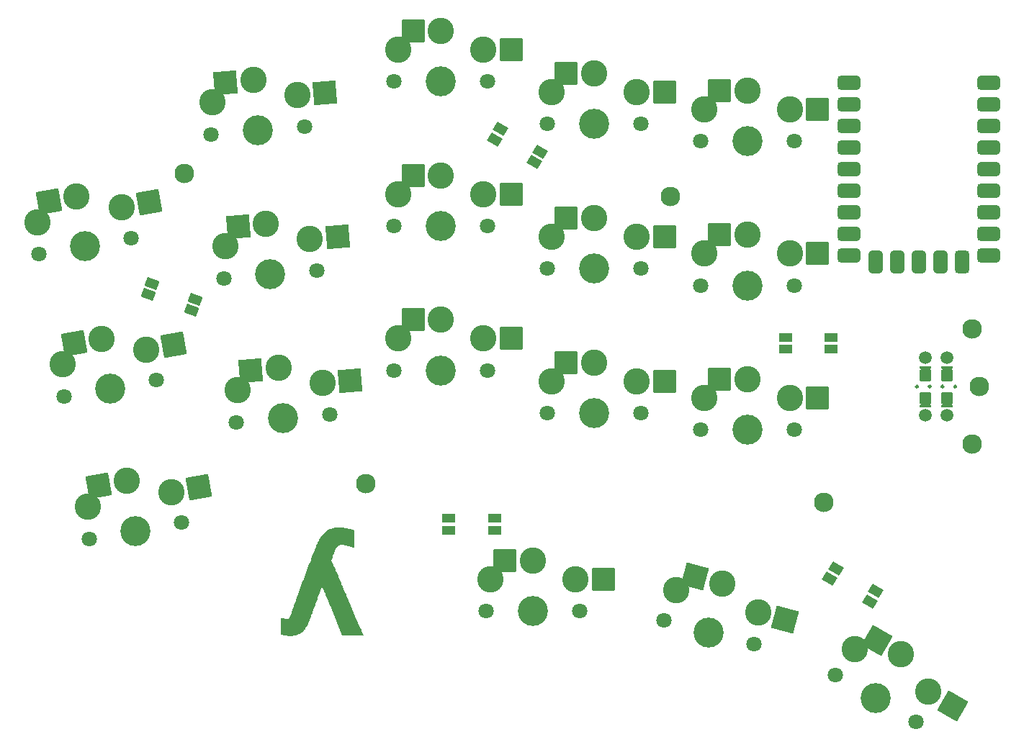
<source format=gbr>
%TF.GenerationSoftware,KiCad,Pcbnew,9.0.3*%
%TF.CreationDate,2025-07-20T18:48:36+02:00*%
%TF.ProjectId,kdb-v1,6b64622d-7631-42e6-9b69-6361645f7063,v1.0.0*%
%TF.SameCoordinates,Original*%
%TF.FileFunction,Soldermask,Bot*%
%TF.FilePolarity,Negative*%
%FSLAX46Y46*%
G04 Gerber Fmt 4.6, Leading zero omitted, Abs format (unit mm)*
G04 Created by KiCad (PCBNEW 9.0.3) date 2025-07-20 18:48:36*
%MOMM*%
%LPD*%
G01*
G04 APERTURE LIST*
G04 Aperture macros list*
%AMRoundRect*
0 Rectangle with rounded corners*
0 $1 Rounding radius*
0 $2 $3 $4 $5 $6 $7 $8 $9 X,Y pos of 4 corners*
0 Add a 4 corners polygon primitive as box body*
4,1,4,$2,$3,$4,$5,$6,$7,$8,$9,$2,$3,0*
0 Add four circle primitives for the rounded corners*
1,1,$1+$1,$2,$3*
1,1,$1+$1,$4,$5*
1,1,$1+$1,$6,$7*
1,1,$1+$1,$8,$9*
0 Add four rect primitives between the rounded corners*
20,1,$1+$1,$2,$3,$4,$5,0*
20,1,$1+$1,$4,$5,$6,$7,0*
20,1,$1+$1,$6,$7,$8,$9,0*
20,1,$1+$1,$8,$9,$2,$3,0*%
%AMFreePoly0*
4,1,14,0.035355,0.435355,0.635355,-0.164645,0.650000,-0.200000,0.650000,-0.400000,0.635355,-0.435355,0.600000,-0.450000,-0.600000,-0.450000,-0.635355,-0.435355,-0.650000,-0.400000,-0.650000,-0.200000,-0.635355,-0.164645,-0.035355,0.435355,0.000000,0.450000,0.035355,0.435355,0.035355,0.435355,$1*%
%AMFreePoly1*
4,1,16,0.635355,0.285355,0.650000,0.250000,0.650000,-1.000000,0.635355,-1.035355,0.600000,-1.050000,0.564645,-1.035355,0.000000,-0.470710,-0.564645,-1.035355,-0.600000,-1.050000,-0.635355,-1.035355,-0.650000,-1.000000,-0.650000,0.250000,-0.635355,0.285355,-0.600000,0.300000,0.600000,0.300000,0.635355,0.285355,0.635355,0.285355,$1*%
G04 Aperture macros list end*
%ADD10C,0.000000*%
%ADD11C,0.250000*%
%ADD12C,0.100000*%
%ADD13C,1.801800*%
%ADD14C,3.100000*%
%ADD15C,3.529000*%
%ADD16RoundRect,0.050000X-1.300000X-1.300000X1.300000X-1.300000X1.300000X1.300000X-1.300000X1.300000X0*%
%ADD17RoundRect,0.050000X-1.181751X-1.408356X1.408356X-1.181751X1.181751X1.408356X-1.408356X1.181751X0*%
%ADD18RoundRect,0.425000X-0.925000X-0.425000X0.925000X-0.425000X0.925000X0.425000X-0.925000X0.425000X0*%
%ADD19RoundRect,0.425050X-0.924950X-0.425050X0.924950X-0.425050X0.924950X0.425050X-0.924950X0.425050X0*%
%ADD20RoundRect,0.425000X-0.425000X-0.925000X0.425000X-0.925000X0.425000X0.925000X-0.425000X0.925000X0*%
%ADD21RoundRect,0.418700X-0.418700X-0.931300X0.418700X-0.931300X0.418700X0.931300X-0.418700X0.931300X0*%
%ADD22C,2.300000*%
%ADD23RoundRect,0.050000X-1.775833X-0.475833X0.475833X-1.775833X1.775833X0.475833X-0.475833X1.775833X0*%
%ADD24RoundRect,0.050000X-1.592168X-0.919239X0.919239X-1.592168X1.592168X0.919239X-0.919239X1.592168X0*%
%ADD25RoundRect,0.050000X-1.054507X-1.505993X1.505993X-1.054507X1.054507X1.505993X-1.505993X1.054507X0*%
%ADD26C,1.500000*%
%ADD27FreePoly0,180.000000*%
%ADD28FreePoly0,0.000000*%
%ADD29FreePoly1,180.000000*%
%ADD30FreePoly1,0.000000*%
%ADD31RoundRect,0.050000X-0.700000X-0.500000X0.700000X-0.500000X0.700000X0.500000X-0.700000X0.500000X0*%
%ADD32RoundRect,0.050000X-0.856218X-0.083013X0.356218X-0.783013X0.856218X0.083013X-0.356218X0.783013X0*%
%ADD33RoundRect,0.050000X-0.828795X-0.230432X0.486775X-0.709260X0.828795X0.230432X-0.486775X0.709260X0*%
G04 APERTURE END LIST*
D10*
%TO.C,G\u002A\u002A\u002A*%
G36*
X124174881Y-99636141D02*
G01*
X124355594Y-99644683D01*
X124530044Y-99658570D01*
X124694299Y-99677666D01*
X124844429Y-99701833D01*
X124976499Y-99730933D01*
X124988533Y-99734044D01*
X125097173Y-99761579D01*
X125188582Y-99783516D01*
X125266687Y-99800669D01*
X125335411Y-99813855D01*
X125398679Y-99823891D01*
X125460416Y-99831593D01*
X125504804Y-99836673D01*
X125541497Y-99842533D01*
X125571201Y-99851013D01*
X125600347Y-99864579D01*
X125635364Y-99885695D01*
X125682680Y-99916829D01*
X125792405Y-99989763D01*
X125792405Y-101003308D01*
X125792401Y-101101279D01*
X125792358Y-101263756D01*
X125792249Y-101405820D01*
X125792046Y-101528824D01*
X125791724Y-101634124D01*
X125791255Y-101723071D01*
X125790614Y-101797022D01*
X125789774Y-101857328D01*
X125788708Y-101905346D01*
X125787390Y-101942427D01*
X125785794Y-101969928D01*
X125783893Y-101989200D01*
X125781661Y-102001599D01*
X125779071Y-102008479D01*
X125776096Y-102011192D01*
X125772711Y-102011094D01*
X125767609Y-102009630D01*
X125742412Y-102002493D01*
X125700524Y-101990678D01*
X125645336Y-101975141D01*
X125580240Y-101956838D01*
X125508627Y-101936722D01*
X125479476Y-101928485D01*
X125406898Y-101907522D01*
X125340342Y-101887684D01*
X125283730Y-101870173D01*
X125240984Y-101856194D01*
X125216027Y-101846949D01*
X125202943Y-101842155D01*
X125167391Y-101831231D01*
X125115878Y-101816638D01*
X125051963Y-101799300D01*
X124979209Y-101780139D01*
X124901174Y-101760078D01*
X124821419Y-101740038D01*
X124743504Y-101720943D01*
X124670990Y-101703714D01*
X124607437Y-101689274D01*
X124577191Y-101683546D01*
X124507556Y-101674430D01*
X124427419Y-101667751D01*
X124344555Y-101663942D01*
X124266739Y-101663437D01*
X124201746Y-101666668D01*
X124174566Y-101669572D01*
X124119828Y-101678125D01*
X124063030Y-101691292D01*
X123998017Y-101710613D01*
X123918635Y-101737633D01*
X123911885Y-101740797D01*
X123884678Y-101759874D01*
X123847491Y-101791489D01*
X123803692Y-101832253D01*
X123756650Y-101878777D01*
X123709733Y-101927675D01*
X123666309Y-101975558D01*
X123629745Y-102019037D01*
X123603411Y-102054725D01*
X123577083Y-102097760D01*
X123545420Y-102157101D01*
X123512479Y-102227248D01*
X123477746Y-102309583D01*
X123440713Y-102405486D01*
X123400867Y-102516340D01*
X123357698Y-102643526D01*
X123310694Y-102788426D01*
X123259345Y-102952421D01*
X123203140Y-103136893D01*
X123089519Y-103513999D01*
X123111829Y-103566507D01*
X123112420Y-103567896D01*
X123122810Y-103592278D01*
X123141399Y-103635845D01*
X123167601Y-103697226D01*
X123200833Y-103775054D01*
X123240508Y-103867959D01*
X123286043Y-103974571D01*
X123336851Y-104093522D01*
X123392349Y-104223443D01*
X123451951Y-104362964D01*
X123515071Y-104510716D01*
X123581126Y-104665331D01*
X123649530Y-104825438D01*
X123719698Y-104989670D01*
X123791046Y-105156656D01*
X123862988Y-105325029D01*
X123934939Y-105493417D01*
X124006314Y-105660454D01*
X124076529Y-105824768D01*
X124144998Y-105984992D01*
X124211136Y-106139756D01*
X124274359Y-106287691D01*
X124334082Y-106427428D01*
X124389719Y-106557597D01*
X124440686Y-106676830D01*
X124486397Y-106783758D01*
X124526268Y-106877011D01*
X124559305Y-106954277D01*
X124608659Y-107069716D01*
X124663784Y-107198659D01*
X124724235Y-107340071D01*
X124789570Y-107492915D01*
X124859347Y-107656154D01*
X124933122Y-107828753D01*
X125010452Y-108009674D01*
X125090895Y-108197882D01*
X125174008Y-108392340D01*
X125259347Y-108592011D01*
X125346469Y-108795860D01*
X125434933Y-109002850D01*
X125524294Y-109211943D01*
X125614111Y-109422105D01*
X125703940Y-109632299D01*
X125793338Y-109841487D01*
X125881862Y-110048634D01*
X125969069Y-110252704D01*
X126054517Y-110452660D01*
X126137763Y-110647465D01*
X126218364Y-110836083D01*
X126295876Y-111017478D01*
X126369857Y-111190613D01*
X126439864Y-111354453D01*
X126505454Y-111507959D01*
X126566184Y-111650097D01*
X126621612Y-111779830D01*
X126671293Y-111896120D01*
X126714787Y-111997933D01*
X126751648Y-112084231D01*
X126781436Y-112153979D01*
X126803706Y-112206139D01*
X126818016Y-112239675D01*
X126823923Y-112253551D01*
X126839318Y-112290126D01*
X125598427Y-112289836D01*
X124357536Y-112289547D01*
X123209750Y-109507315D01*
X123136290Y-109329261D01*
X123017343Y-109041019D01*
X122906516Y-108772546D01*
X122803530Y-108523181D01*
X122708109Y-108292262D01*
X122619975Y-108079129D01*
X122538852Y-107883121D01*
X122464462Y-107703575D01*
X122396528Y-107539832D01*
X122334772Y-107391229D01*
X122278919Y-107257105D01*
X122228689Y-107136800D01*
X122183807Y-107029651D01*
X122143995Y-106934999D01*
X122108976Y-106852181D01*
X122078473Y-106780537D01*
X122052208Y-106719404D01*
X122029904Y-106668123D01*
X122011285Y-106626032D01*
X121996073Y-106592469D01*
X121983990Y-106566773D01*
X121974760Y-106548284D01*
X121968105Y-106536340D01*
X121963749Y-106530279D01*
X121961414Y-106529441D01*
X121959540Y-106534135D01*
X121950539Y-106558139D01*
X121934464Y-106601551D01*
X121911701Y-106663317D01*
X121882636Y-106742384D01*
X121847654Y-106837698D01*
X121807141Y-106948205D01*
X121761483Y-107072852D01*
X121711067Y-107210583D01*
X121656278Y-107360345D01*
X121597501Y-107521084D01*
X121535123Y-107691747D01*
X121469530Y-107871280D01*
X121401107Y-108058627D01*
X121330240Y-108252737D01*
X121257315Y-108452554D01*
X121218621Y-108558553D01*
X121145508Y-108758598D01*
X121074096Y-108953680D01*
X121004812Y-109142644D01*
X120938086Y-109324333D01*
X120874343Y-109497591D01*
X120814014Y-109661260D01*
X120757525Y-109814186D01*
X120705304Y-109955210D01*
X120657779Y-110083177D01*
X120615379Y-110196930D01*
X120578531Y-110295313D01*
X120547664Y-110377170D01*
X120523204Y-110441343D01*
X120505581Y-110486676D01*
X120495222Y-110512013D01*
X120489987Y-110523953D01*
X120460972Y-110591411D01*
X120428182Y-110669300D01*
X120395260Y-110748901D01*
X120365853Y-110821495D01*
X120356335Y-110845159D01*
X120328361Y-110913150D01*
X120300026Y-110980088D01*
X120274165Y-111039329D01*
X120253618Y-111084232D01*
X120239159Y-111112750D01*
X120202816Y-111176861D01*
X120156042Y-111252800D01*
X120101318Y-111336942D01*
X120041125Y-111425663D01*
X119977944Y-111515339D01*
X119914256Y-111602343D01*
X119852541Y-111683053D01*
X119795281Y-111753844D01*
X119700985Y-111854608D01*
X119575303Y-111963231D01*
X119434447Y-112061668D01*
X119282037Y-112147145D01*
X119208872Y-112180198D01*
X119111912Y-112217660D01*
X119004060Y-112254266D01*
X118891346Y-112288211D01*
X118779795Y-112317690D01*
X118675437Y-112340900D01*
X118584297Y-112356035D01*
X118570687Y-112357540D01*
X118518464Y-112361220D01*
X118449703Y-112364009D01*
X118368809Y-112365895D01*
X118280187Y-112366868D01*
X118188240Y-112366918D01*
X118097374Y-112366035D01*
X118011993Y-112364208D01*
X117936501Y-112361428D01*
X117875303Y-112357683D01*
X117812751Y-112352326D01*
X117744352Y-112345252D01*
X117681061Y-112336840D01*
X117617513Y-112326171D01*
X117548345Y-112312327D01*
X117468192Y-112294389D01*
X117371692Y-112271438D01*
X117160682Y-112220375D01*
X117160682Y-111242187D01*
X117160682Y-110263999D01*
X117186003Y-110269759D01*
X117202542Y-110272960D01*
X117238224Y-110279313D01*
X117288340Y-110287964D01*
X117348826Y-110298215D01*
X117415621Y-110309362D01*
X117441165Y-110313549D01*
X117522992Y-110326011D01*
X117592663Y-110334538D01*
X117657900Y-110339799D01*
X117726425Y-110342465D01*
X117805960Y-110343205D01*
X117848088Y-110342942D01*
X117909049Y-110341597D01*
X117960917Y-110339305D01*
X117999221Y-110336285D01*
X118019490Y-110332755D01*
X118041656Y-110316315D01*
X118058983Y-110287861D01*
X118062956Y-110278128D01*
X118081284Y-110244666D01*
X118104708Y-110211093D01*
X118121738Y-110188267D01*
X118149643Y-110147232D01*
X118175672Y-110105477D01*
X118192343Y-110077856D01*
X118224286Y-110027195D01*
X118254399Y-109981684D01*
X118255693Y-109979787D01*
X118302029Y-109893659D01*
X118334233Y-109795072D01*
X118350183Y-109690480D01*
X118350758Y-109679606D01*
X118351089Y-109669307D01*
X118351458Y-109659835D01*
X118352235Y-109650145D01*
X118353793Y-109639195D01*
X118356503Y-109625938D01*
X118360737Y-109609333D01*
X118366865Y-109588334D01*
X118375259Y-109561898D01*
X118386292Y-109528980D01*
X118400333Y-109488536D01*
X118417756Y-109439523D01*
X118438930Y-109380895D01*
X118464228Y-109311610D01*
X118494022Y-109230623D01*
X118528682Y-109136889D01*
X118568580Y-109029365D01*
X118614088Y-108907007D01*
X118665576Y-108768771D01*
X118723418Y-108613612D01*
X118787983Y-108440487D01*
X118859644Y-108248351D01*
X118938772Y-108036160D01*
X118992743Y-107891403D01*
X119071963Y-107678905D01*
X119154794Y-107456700D01*
X119240826Y-107225889D01*
X119329649Y-106987571D01*
X119420853Y-106742846D01*
X119514029Y-106492815D01*
X119608767Y-106238577D01*
X119704657Y-105981231D01*
X119801290Y-105721878D01*
X119898256Y-105461618D01*
X119995146Y-105201551D01*
X120091549Y-104942776D01*
X120187056Y-104686393D01*
X120281257Y-104433503D01*
X120373742Y-104185205D01*
X120464103Y-103942599D01*
X120551928Y-103706784D01*
X120636809Y-103478862D01*
X120718336Y-103259931D01*
X120796099Y-103051092D01*
X120869688Y-102853444D01*
X120938694Y-102668087D01*
X121002707Y-102496122D01*
X121061317Y-102338648D01*
X121114115Y-102196765D01*
X121160691Y-102071572D01*
X121200635Y-101964171D01*
X121233537Y-101875660D01*
X121258989Y-101807140D01*
X121276329Y-101761279D01*
X121304202Y-101691168D01*
X121334679Y-101619134D01*
X121369135Y-101542210D01*
X121408942Y-101457429D01*
X121455473Y-101361824D01*
X121510102Y-101252430D01*
X121574203Y-101126280D01*
X121584706Y-101105764D01*
X121634823Y-101008949D01*
X121678365Y-100927757D01*
X121718005Y-100858271D01*
X121756416Y-100796577D01*
X121796270Y-100738759D01*
X121840240Y-100680900D01*
X121890998Y-100619086D01*
X121951218Y-100549401D01*
X122023572Y-100467928D01*
X122081873Y-100403529D01*
X122193379Y-100285187D01*
X122295609Y-100183462D01*
X122387902Y-100098974D01*
X122469598Y-100032340D01*
X122540035Y-99984181D01*
X122541981Y-99983015D01*
X122705031Y-99892847D01*
X122870643Y-99815375D01*
X123034999Y-99752070D01*
X123194286Y-99704405D01*
X123344687Y-99673850D01*
X123468054Y-99658186D01*
X123634493Y-99643968D01*
X123810399Y-99635646D01*
X123991839Y-99633083D01*
X124174881Y-99636141D01*
G37*
D11*
%TO.C,AdamTech-MDJ004FS1*%
X192032865Y-83042410D02*
G75*
G02*
X191782865Y-83042410I-125000J0D01*
G01*
X191782865Y-83042410D02*
G75*
G02*
X192032865Y-83042410I125000J0D01*
G01*
X193532865Y-83042410D02*
G75*
G02*
X193282865Y-83042410I-125000J0D01*
G01*
X193282865Y-83042410D02*
G75*
G02*
X193532865Y-83042410I125000J0D01*
G01*
X195032865Y-83042410D02*
G75*
G02*
X194782865Y-83042410I-125000J0D01*
G01*
X194782865Y-83042410D02*
G75*
G02*
X195032865Y-83042410I125000J0D01*
G01*
X196532865Y-83042410D02*
G75*
G02*
X196282865Y-83042410I-125000J0D01*
G01*
X196282865Y-83042410D02*
G75*
G02*
X196532865Y-83042410I125000J0D01*
G01*
D12*
X193415865Y-81804410D02*
X192399865Y-81804410D01*
X192399865Y-80788410D01*
X193415865Y-80788410D01*
X193415865Y-81804410D01*
G36*
X193415865Y-81804410D02*
G01*
X192399865Y-81804410D01*
X192399865Y-80788410D01*
X193415865Y-80788410D01*
X193415865Y-81804410D01*
G37*
X193423865Y-85288410D02*
X192407865Y-85288410D01*
X192407865Y-84272410D01*
X193423865Y-84272410D01*
X193423865Y-85288410D01*
G36*
X193423865Y-85288410D02*
G01*
X192407865Y-85288410D01*
X192407865Y-84272410D01*
X193423865Y-84272410D01*
X193423865Y-85288410D01*
G37*
X195915865Y-81804410D02*
X194899865Y-81804410D01*
X194899865Y-80788410D01*
X195915865Y-80788410D01*
X195915865Y-81804410D01*
G36*
X195915865Y-81804410D02*
G01*
X194899865Y-81804410D01*
X194899865Y-80788410D01*
X195915865Y-80788410D01*
X195915865Y-81804410D01*
G37*
X195915865Y-85296410D02*
X194899865Y-85296410D01*
X194899865Y-84280410D01*
X195915865Y-84280410D01*
X195915865Y-85296410D01*
G36*
X195915865Y-85296410D02*
G01*
X194899865Y-85296410D01*
X194899865Y-84280410D01*
X195915865Y-84280410D01*
X195915865Y-85296410D01*
G37*
%TD*%
D13*
%TO.C,S10*%
X148447865Y-86142410D03*
D14*
X148947865Y-82392410D03*
X153947865Y-80192410D03*
X153947865Y-80192410D03*
D15*
X153947865Y-86142410D03*
D14*
X158947865Y-82392410D03*
D13*
X159447865Y-86142410D03*
D16*
X150672865Y-80192410D03*
X162222865Y-82392410D03*
%TD*%
D13*
%TO.C,S6*%
X108926422Y-53391885D03*
D14*
X109097683Y-49612577D03*
X113886916Y-46985170D03*
X113886916Y-46985170D03*
D15*
X114405493Y-52912528D03*
D14*
X119059632Y-48741019D03*
D13*
X119884564Y-52433171D03*
D17*
X110624379Y-47270605D03*
X122322170Y-48455584D03*
%TD*%
D13*
%TO.C,S14*%
X166447865Y-71142410D03*
D14*
X166947865Y-67392410D03*
X171947865Y-65192410D03*
X171947865Y-65192410D03*
D15*
X171947865Y-71142410D03*
D14*
X176947865Y-67392410D03*
D13*
X177447865Y-71142410D03*
D16*
X168672865Y-65192410D03*
X180222865Y-67392410D03*
%TD*%
D18*
%TO.C,RP2040Zero1*%
X200327865Y-47282410D03*
X200327865Y-47282410D03*
X200327865Y-49822410D03*
X200327865Y-49822410D03*
X200327865Y-52362410D03*
X200327865Y-52362410D03*
X200327865Y-54902410D03*
X200327865Y-54902410D03*
X200327865Y-57442410D03*
X200327865Y-57442410D03*
D19*
X200327865Y-59982410D03*
X200327865Y-59982410D03*
X200327865Y-62522410D03*
X200327865Y-62522410D03*
X200327865Y-65062410D03*
X200327865Y-65062410D03*
X200327865Y-67602410D03*
X200327865Y-67602410D03*
D20*
X197187865Y-68412410D03*
X197187865Y-68412410D03*
D21*
X194647865Y-68412410D03*
X194647865Y-68412410D03*
X192107865Y-68412410D03*
X192107865Y-68412410D03*
X189567865Y-68412410D03*
X189567865Y-68412410D03*
X187027865Y-68412410D03*
X187027865Y-68412410D03*
D19*
X183887865Y-67602410D03*
X183887865Y-67602410D03*
X183887865Y-65062410D03*
X183887865Y-65062410D03*
X183887865Y-62522410D03*
X183887865Y-62522410D03*
X183887865Y-59982410D03*
X183887865Y-59982410D03*
X183887865Y-47282410D03*
X183887865Y-47282410D03*
X183887865Y-49822410D03*
X183887865Y-49822410D03*
X183887865Y-52362410D03*
X183887865Y-52362410D03*
X183887865Y-57442410D03*
X183887865Y-57442410D03*
X183887865Y-54902410D03*
X183887865Y-54902410D03*
%TD*%
D22*
%TO.C,MH2*%
X127075365Y-94466401D03*
%TD*%
D13*
%TO.C,S18*%
X182298723Y-116947965D03*
D14*
X184606736Y-113950370D03*
X190036863Y-114545114D03*
X190036863Y-114545114D03*
D15*
X187061863Y-119697965D03*
D14*
X193266990Y-118950370D03*
D13*
X191825003Y-122447965D03*
D23*
X187200630Y-112907614D03*
X196103223Y-120587870D03*
%TD*%
D13*
%TO.C,S12*%
X148447865Y-52142410D03*
D14*
X148947865Y-48392410D03*
X153947865Y-46192410D03*
X153947865Y-46192410D03*
D15*
X153947865Y-52142410D03*
D14*
X158947865Y-48392410D03*
D13*
X159447865Y-52142410D03*
D16*
X150672865Y-46192410D03*
X162222865Y-48392410D03*
%TD*%
D22*
%TO.C,MH1*%
X105810153Y-57930757D03*
%TD*%
D13*
%TO.C,S8*%
X130447865Y-64142410D03*
D14*
X130947865Y-60392410D03*
X135947865Y-58192410D03*
X135947865Y-58192410D03*
D15*
X135947865Y-64142410D03*
D14*
X140947865Y-60392410D03*
D13*
X141447865Y-64142410D03*
D16*
X132672865Y-58192410D03*
X144222865Y-60392410D03*
%TD*%
D13*
%TO.C,S11*%
X148447865Y-69142410D03*
D14*
X148947865Y-65392410D03*
X153947865Y-63192410D03*
X153947865Y-63192410D03*
D15*
X153947865Y-69142410D03*
D14*
X158947865Y-65392410D03*
D13*
X159447865Y-69142410D03*
D16*
X150672865Y-63192410D03*
X162222865Y-65392410D03*
%TD*%
D13*
%TO.C,S15*%
X166447865Y-54142410D03*
D14*
X166947865Y-50392410D03*
X171947865Y-48192410D03*
X171947865Y-48192410D03*
D15*
X171947865Y-54142410D03*
D14*
X176947865Y-50392410D03*
D13*
X177447865Y-54142410D03*
D16*
X168672865Y-48192410D03*
X180222865Y-50392410D03*
%TD*%
D13*
%TO.C,S17*%
X162135273Y-110518905D03*
D14*
X163588807Y-107026093D03*
X168987838Y-106195151D03*
X168987838Y-106195151D03*
D15*
X167447865Y-111942410D03*
D14*
X173248066Y-109614283D03*
D13*
X172760457Y-113365915D03*
D24*
X165824431Y-105347519D03*
X176411473Y-110461916D03*
%TD*%
D13*
%TO.C,S3*%
X88679519Y-67471601D03*
D14*
X88520743Y-63691748D03*
X93062755Y-60656930D03*
X93062755Y-60656930D03*
D15*
X94095962Y-66516536D03*
D14*
X98368820Y-61955266D03*
D13*
X99512405Y-65561471D03*
D25*
X89837510Y-61225628D03*
X101594065Y-61386568D03*
%TD*%
D13*
%TO.C,S9*%
X130447865Y-47142410D03*
D14*
X130947865Y-43392410D03*
X135947865Y-41192410D03*
X135947865Y-41192410D03*
D15*
X135947865Y-47142410D03*
D14*
X140947865Y-43392410D03*
D13*
X141447865Y-47142410D03*
D16*
X132672865Y-41192410D03*
X144222865Y-43392410D03*
%TD*%
D13*
%TO.C,S5*%
X110408070Y-70327195D03*
D14*
X110579331Y-66547887D03*
X115368564Y-63920480D03*
X115368564Y-63920480D03*
D15*
X115887141Y-69847838D03*
D14*
X120541280Y-65676329D03*
D13*
X121366212Y-69368481D03*
D17*
X112106027Y-64205915D03*
X123803818Y-65390894D03*
%TD*%
D22*
%TO.C,AdamTech-MDJ004FS1*%
X198407865Y-76292410D03*
D26*
X195407865Y-79642410D03*
X192907865Y-79642410D03*
D27*
X195407865Y-81042410D03*
X192907865Y-81042410D03*
D22*
X199207865Y-83042410D03*
D28*
X192915865Y-85034410D03*
X195407865Y-85042410D03*
D26*
X195407865Y-86442410D03*
X192907865Y-86442410D03*
D22*
X198407865Y-89792410D03*
D29*
X195407865Y-82058410D03*
D30*
X195407865Y-84026410D03*
D29*
X192907865Y-82058410D03*
D30*
X192915865Y-84018410D03*
%TD*%
D13*
%TO.C,S7*%
X130447865Y-81142410D03*
D14*
X130947865Y-77392410D03*
X135947865Y-75192410D03*
X135947865Y-75192410D03*
D15*
X135947865Y-81142410D03*
D14*
X140947865Y-77392410D03*
D13*
X141447865Y-81142410D03*
D16*
X132672865Y-75192410D03*
X144222865Y-77392410D03*
%TD*%
D22*
%TO.C,MH4*%
X162947865Y-60642410D03*
%TD*%
D13*
%TO.C,S1*%
X94583557Y-100955065D03*
D14*
X94424781Y-97175212D03*
X98966793Y-94140394D03*
X98966793Y-94140394D03*
D15*
X100000000Y-100000000D03*
D14*
X104272858Y-95438730D03*
D13*
X105416443Y-99044935D03*
D25*
X95741548Y-94709092D03*
X107498103Y-94870032D03*
%TD*%
D13*
%TO.C,S4*%
X111889718Y-87262505D03*
D14*
X112060979Y-83483197D03*
X116850212Y-80855790D03*
X116850212Y-80855790D03*
D15*
X117368789Y-86783148D03*
D14*
X122022928Y-82611639D03*
D13*
X122847860Y-86303791D03*
D17*
X113587675Y-81141225D03*
X125285466Y-82326204D03*
%TD*%
D22*
%TO.C,MH3*%
X180947865Y-96642410D03*
%TD*%
D13*
%TO.C,S16*%
X141247865Y-109442410D03*
D14*
X141747865Y-105692410D03*
X146747865Y-103492410D03*
X146747865Y-103492410D03*
D15*
X146747865Y-109442410D03*
D14*
X151747865Y-105692410D03*
D13*
X152247865Y-109442410D03*
D16*
X143472865Y-103492410D03*
X155022865Y-105692410D03*
%TD*%
D13*
%TO.C,S2*%
X91631538Y-84213333D03*
D14*
X91472762Y-80433480D03*
X96014774Y-77398662D03*
X96014774Y-77398662D03*
D15*
X97047981Y-83258268D03*
D14*
X101320839Y-78696998D03*
D13*
X102464424Y-82303203D03*
D25*
X92789529Y-77967360D03*
X104546084Y-78128300D03*
%TD*%
D13*
%TO.C,S13*%
X166447865Y-88142410D03*
D14*
X166947865Y-84392410D03*
X171947865Y-82192410D03*
X171947865Y-82192410D03*
D15*
X171947865Y-88142410D03*
D14*
X176947865Y-84392410D03*
D13*
X177447865Y-88142410D03*
D16*
X168672865Y-82192410D03*
X180222865Y-84392410D03*
%TD*%
D31*
%TO.C,LED5*%
X142247865Y-98542410D03*
X142247865Y-99942410D03*
X136847865Y-99942410D03*
X136847865Y-98542410D03*
%TD*%
D32*
%TO.C,LED4*%
X187055903Y-107108288D03*
X186355903Y-108320724D03*
X181679365Y-105620724D03*
X182379365Y-104408288D03*
%TD*%
D31*
%TO.C,LED3*%
X181847865Y-77242410D03*
X181847865Y-78642410D03*
X176447865Y-78642410D03*
X176447865Y-77242410D03*
%TD*%
D32*
%TO.C,LED2*%
X147636134Y-55436192D03*
X146936134Y-56648628D03*
X142259596Y-53948628D03*
X142959596Y-52736192D03*
%TD*%
D33*
%TO.C,LED1*%
X107064224Y-72753152D03*
X106585396Y-74068721D03*
X101511056Y-72221812D03*
X101989884Y-70906243D03*
%TD*%
M02*

</source>
